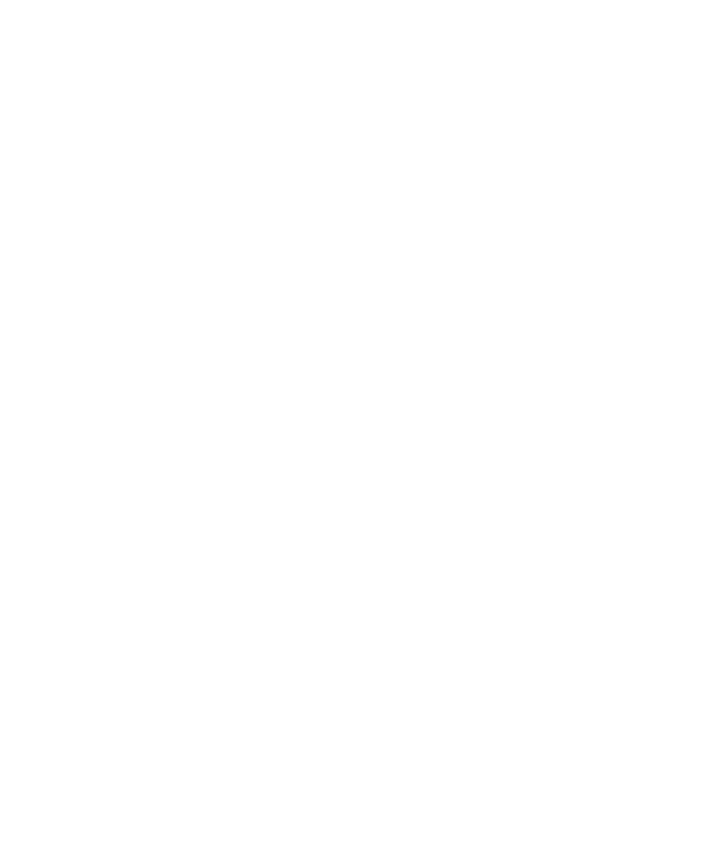
<source format=gtp>
G04*
G04 #@! TF.GenerationSoftware,Altium Limited,Altium Designer,20.2.6 (244)*
G04*
G04 Layer_Color=8421504*
%FSLAX25Y25*%
%MOIN*%
G70*
G04*
G04 #@! TF.SameCoordinates,F81447C0-1865-472D-A3CA-BC0DD41CEC34*
G04*
G04*
G04 #@! TF.FilePolarity,Positive*
G04*
G01*
G75*
%ADD30C,0.00566*%
D30*
X99394Y167298D02*
D03*
X102543D02*
D03*
X104118D02*
D03*
X105693D02*
D03*
X107268D02*
D03*
X110417D02*
D03*
X111992D02*
D03*
X113567D02*
D03*
X99394Y165724D02*
D03*
X102543D02*
D03*
X104118D02*
D03*
X105693D02*
D03*
X107268D02*
D03*
X110417D02*
D03*
X111992D02*
D03*
X113567D02*
D03*
X99394Y164149D02*
D03*
X100969D02*
D03*
X104118D02*
D03*
X105693D02*
D03*
X107268D02*
D03*
X110417D02*
D03*
X111992D02*
D03*
X113567D02*
D03*
X99394Y162574D02*
D03*
X100969D02*
D03*
X102543D02*
D03*
X104118D02*
D03*
X108843D02*
D03*
X110417D02*
D03*
X111992D02*
D03*
X113567D02*
D03*
X102543Y160999D02*
D03*
X104118D02*
D03*
X105693D02*
D03*
X107268D02*
D03*
X108843D02*
D03*
X110417D02*
D03*
X111992D02*
D03*
X113567D02*
D03*
X100969Y159424D02*
D03*
X102543D02*
D03*
X108843D02*
D03*
X110417D02*
D03*
X111992D02*
D03*
X99394Y157850D02*
D03*
X100969D02*
D03*
X102543D02*
D03*
X104118D02*
D03*
X105693D02*
D03*
X107268D02*
D03*
X102543Y156275D02*
D03*
X104118D02*
D03*
X105693D02*
D03*
X107268D02*
D03*
X108843D02*
D03*
X110417D02*
D03*
X111992D02*
D03*
X113567D02*
D03*
X99394Y154700D02*
D03*
X100969D02*
D03*
X102543D02*
D03*
X104118D02*
D03*
X105693D02*
D03*
X108843D02*
D03*
X111992D02*
D03*
X113567D02*
D03*
X315181Y167298D02*
D03*
X318331D02*
D03*
X319905D02*
D03*
X321480D02*
D03*
X323055D02*
D03*
X326205D02*
D03*
X327780D02*
D03*
X329354D02*
D03*
X315181Y165724D02*
D03*
X318331D02*
D03*
X319905D02*
D03*
X321480D02*
D03*
X323055D02*
D03*
X326205D02*
D03*
X327780D02*
D03*
X329354D02*
D03*
X315181Y164149D02*
D03*
X316756D02*
D03*
X319905D02*
D03*
X321480D02*
D03*
X323055D02*
D03*
X326205D02*
D03*
X327780D02*
D03*
X329354D02*
D03*
X315181Y162574D02*
D03*
X316756D02*
D03*
X318331D02*
D03*
X319905D02*
D03*
X324630D02*
D03*
X326205D02*
D03*
X327780D02*
D03*
X329354D02*
D03*
X318331Y160999D02*
D03*
X319905D02*
D03*
X321480D02*
D03*
X323055D02*
D03*
X324630D02*
D03*
X326205D02*
D03*
X327780D02*
D03*
X329354D02*
D03*
X316756Y159424D02*
D03*
X318331D02*
D03*
X324630D02*
D03*
X326205D02*
D03*
X327780D02*
D03*
X315181Y157850D02*
D03*
X316756D02*
D03*
X318331D02*
D03*
X319905D02*
D03*
X321480D02*
D03*
X323055D02*
D03*
X318331Y156275D02*
D03*
X319905D02*
D03*
X321480D02*
D03*
X323055D02*
D03*
X324630D02*
D03*
X326205D02*
D03*
X327780D02*
D03*
X329354D02*
D03*
X315181Y154700D02*
D03*
X316756D02*
D03*
X318331D02*
D03*
X319905D02*
D03*
X321480D02*
D03*
X324630D02*
D03*
X327780D02*
D03*
X329354D02*
D03*
X99394Y426586D02*
D03*
X102543D02*
D03*
X104118D02*
D03*
X105693D02*
D03*
X107268D02*
D03*
X110417D02*
D03*
X111992D02*
D03*
X113567D02*
D03*
X99394Y425011D02*
D03*
X102543D02*
D03*
X104118D02*
D03*
X105693D02*
D03*
X107268D02*
D03*
X110417D02*
D03*
X111992D02*
D03*
X113567D02*
D03*
X99394Y423436D02*
D03*
X100969D02*
D03*
X104118D02*
D03*
X105693D02*
D03*
X107268D02*
D03*
X110417D02*
D03*
X111992D02*
D03*
X113567D02*
D03*
X99394Y421861D02*
D03*
X100969D02*
D03*
X102543D02*
D03*
X104118D02*
D03*
X108843D02*
D03*
X110417D02*
D03*
X111992D02*
D03*
X113567D02*
D03*
X102543Y420287D02*
D03*
X104118D02*
D03*
X105693D02*
D03*
X107268D02*
D03*
X108843D02*
D03*
X110417D02*
D03*
X111992D02*
D03*
X113567D02*
D03*
X100969Y418712D02*
D03*
X102543D02*
D03*
X108843D02*
D03*
X110417D02*
D03*
X111992D02*
D03*
X99394Y417137D02*
D03*
X100969D02*
D03*
X102543D02*
D03*
X104118D02*
D03*
X105693D02*
D03*
X107268D02*
D03*
X102543Y415562D02*
D03*
X104118D02*
D03*
X105693D02*
D03*
X107268D02*
D03*
X108843D02*
D03*
X110417D02*
D03*
X111992D02*
D03*
X113567D02*
D03*
X99394Y413987D02*
D03*
X100969D02*
D03*
X102543D02*
D03*
X104118D02*
D03*
X105693D02*
D03*
X108843D02*
D03*
X111992D02*
D03*
X113567D02*
D03*
X315181Y426586D02*
D03*
X318331D02*
D03*
X319905D02*
D03*
X321480D02*
D03*
X323055D02*
D03*
X326205D02*
D03*
X327780D02*
D03*
X329354D02*
D03*
X315181Y425011D02*
D03*
X318331D02*
D03*
X319905D02*
D03*
X321480D02*
D03*
X323055D02*
D03*
X326205D02*
D03*
X327780D02*
D03*
X329354D02*
D03*
X315181Y423436D02*
D03*
X316756D02*
D03*
X319905D02*
D03*
X321480D02*
D03*
X323055D02*
D03*
X326205D02*
D03*
X327780D02*
D03*
X329354D02*
D03*
X315181Y421861D02*
D03*
X316756D02*
D03*
X318331D02*
D03*
X319905D02*
D03*
X324630D02*
D03*
X326205D02*
D03*
X327780D02*
D03*
X329354D02*
D03*
X318331Y420287D02*
D03*
X319905D02*
D03*
X321480D02*
D03*
X323055D02*
D03*
X324630D02*
D03*
X326205D02*
D03*
X327780D02*
D03*
X329354D02*
D03*
X316756Y418712D02*
D03*
X318331D02*
D03*
X324630D02*
D03*
X326205D02*
D03*
X327780D02*
D03*
X315181Y417137D02*
D03*
X316756D02*
D03*
X318331D02*
D03*
X319905D02*
D03*
X321480D02*
D03*
X323055D02*
D03*
X318331Y415562D02*
D03*
X319905D02*
D03*
X321480D02*
D03*
X323055D02*
D03*
X324630D02*
D03*
X326205D02*
D03*
X327780D02*
D03*
X329354D02*
D03*
X315181Y413987D02*
D03*
X316756D02*
D03*
X318331D02*
D03*
X319905D02*
D03*
X321480D02*
D03*
X324630D02*
D03*
X327780D02*
D03*
X329354D02*
D03*
M02*

</source>
